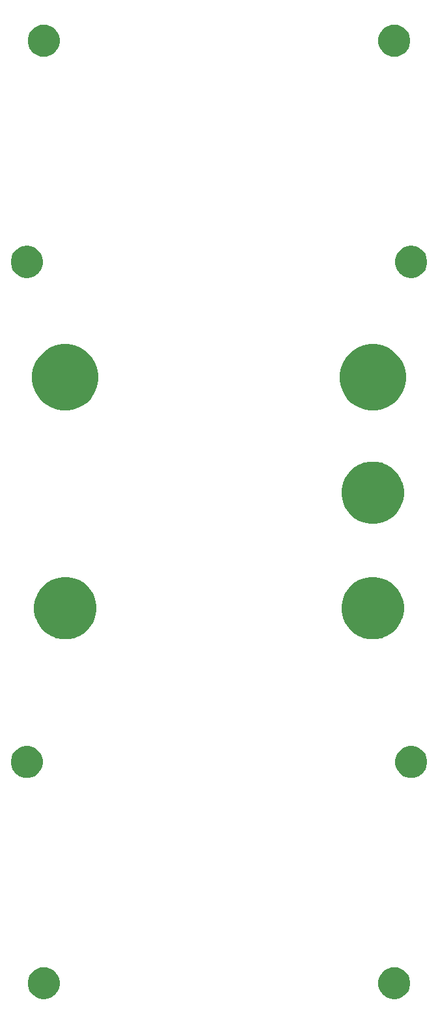
<source format=gbs>
G04 #@! TF.GenerationSoftware,KiCad,Pcbnew,(5.1.0)-1*
G04 #@! TF.CreationDate,2019-05-26T13:34:07-04:00*
G04 #@! TF.ProjectId,VCF_Panel,5643465f-5061-46e6-956c-2e6b69636164,rev?*
G04 #@! TF.SameCoordinates,Original*
G04 #@! TF.FileFunction,Soldermask,Bot*
G04 #@! TF.FilePolarity,Negative*
%FSLAX46Y46*%
G04 Gerber Fmt 4.6, Leading zero omitted, Abs format (unit mm)*
G04 Created by KiCad (PCBNEW (5.1.0)-1) date 2019-05-26 13:34:07*
%MOMM*%
%LPD*%
G04 APERTURE LIST*
%ADD10C,0.100000*%
G04 APERTURE END LIST*
D10*
G36*
X37906373Y-153457024D02*
G01*
X38107589Y-153497048D01*
X38486671Y-153654069D01*
X38827835Y-153882028D01*
X39117972Y-154172165D01*
X39345931Y-154513329D01*
X39502952Y-154892411D01*
X39583000Y-155294842D01*
X39583000Y-155705158D01*
X39502952Y-156107589D01*
X39345931Y-156486671D01*
X39117972Y-156827835D01*
X38827835Y-157117972D01*
X38486671Y-157345931D01*
X38107589Y-157502952D01*
X37906373Y-157542976D01*
X37705159Y-157583000D01*
X37294841Y-157583000D01*
X37093627Y-157542976D01*
X36892411Y-157502952D01*
X36513329Y-157345931D01*
X36172165Y-157117972D01*
X35882028Y-156827835D01*
X35654069Y-156486671D01*
X35497048Y-156107589D01*
X35417000Y-155705158D01*
X35417000Y-155294842D01*
X35497048Y-154892411D01*
X35654069Y-154513329D01*
X35882028Y-154172165D01*
X36172165Y-153882028D01*
X36513329Y-153654069D01*
X36892411Y-153497048D01*
X37093627Y-153457024D01*
X37294841Y-153417000D01*
X37705159Y-153417000D01*
X37906373Y-153457024D01*
X37906373Y-153457024D01*
G37*
G36*
X83506373Y-153457024D02*
G01*
X83707589Y-153497048D01*
X84086671Y-153654069D01*
X84427835Y-153882028D01*
X84717972Y-154172165D01*
X84945931Y-154513329D01*
X85102952Y-154892411D01*
X85183000Y-155294842D01*
X85183000Y-155705158D01*
X85102952Y-156107589D01*
X84945931Y-156486671D01*
X84717972Y-156827835D01*
X84427835Y-157117972D01*
X84086671Y-157345931D01*
X83707589Y-157502952D01*
X83506373Y-157542976D01*
X83305159Y-157583000D01*
X82894841Y-157583000D01*
X82693627Y-157542976D01*
X82492411Y-157502952D01*
X82113329Y-157345931D01*
X81772165Y-157117972D01*
X81482028Y-156827835D01*
X81254069Y-156486671D01*
X81097048Y-156107589D01*
X81017000Y-155705158D01*
X81017000Y-155294842D01*
X81097048Y-154892411D01*
X81254069Y-154513329D01*
X81482028Y-154172165D01*
X81772165Y-153882028D01*
X82113329Y-153654069D01*
X82492411Y-153497048D01*
X82693627Y-153457024D01*
X82894841Y-153417000D01*
X83305159Y-153417000D01*
X83506373Y-153457024D01*
X83506373Y-153457024D01*
G37*
G36*
X85907589Y-124747048D02*
G01*
X86286671Y-124904069D01*
X86627835Y-125132028D01*
X86917972Y-125422165D01*
X87145931Y-125763329D01*
X87302952Y-126142411D01*
X87383000Y-126544842D01*
X87383000Y-126955158D01*
X87302952Y-127357589D01*
X87145931Y-127736671D01*
X86917972Y-128077835D01*
X86627835Y-128367972D01*
X86286671Y-128595931D01*
X85907589Y-128752952D01*
X85706373Y-128792976D01*
X85505159Y-128833000D01*
X85094841Y-128833000D01*
X84893627Y-128792976D01*
X84692411Y-128752952D01*
X84313329Y-128595931D01*
X83972165Y-128367972D01*
X83682028Y-128077835D01*
X83454069Y-127736671D01*
X83297048Y-127357589D01*
X83217000Y-126955158D01*
X83217000Y-126544842D01*
X83297048Y-126142411D01*
X83454069Y-125763329D01*
X83682028Y-125422165D01*
X83972165Y-125132028D01*
X84313329Y-124904069D01*
X84692411Y-124747048D01*
X85094841Y-124667000D01*
X85505159Y-124667000D01*
X85907589Y-124747048D01*
X85907589Y-124747048D01*
G37*
G36*
X35907589Y-124747048D02*
G01*
X36286671Y-124904069D01*
X36627835Y-125132028D01*
X36917972Y-125422165D01*
X37145931Y-125763329D01*
X37302952Y-126142411D01*
X37383000Y-126544842D01*
X37383000Y-126955158D01*
X37302952Y-127357589D01*
X37145931Y-127736671D01*
X36917972Y-128077835D01*
X36627835Y-128367972D01*
X36286671Y-128595931D01*
X35907589Y-128752952D01*
X35706373Y-128792976D01*
X35505159Y-128833000D01*
X35094841Y-128833000D01*
X34893627Y-128792976D01*
X34692411Y-128752952D01*
X34313329Y-128595931D01*
X33972165Y-128367972D01*
X33682028Y-128077835D01*
X33454069Y-127736671D01*
X33297048Y-127357589D01*
X33217000Y-126955158D01*
X33217000Y-126544842D01*
X33297048Y-126142411D01*
X33454069Y-125763329D01*
X33682028Y-125422165D01*
X33972165Y-125132028D01*
X34313329Y-124904069D01*
X34692411Y-124747048D01*
X35094841Y-124667000D01*
X35505159Y-124667000D01*
X35907589Y-124747048D01*
X35907589Y-124747048D01*
G37*
G36*
X81481632Y-102854677D02*
G01*
X81787005Y-102981167D01*
X82218868Y-103160050D01*
X82882362Y-103603383D01*
X83446617Y-104167638D01*
X83889950Y-104831132D01*
X84068833Y-105262995D01*
X84195323Y-105568368D01*
X84351000Y-106351010D01*
X84351000Y-107148990D01*
X84195323Y-107931632D01*
X84068833Y-108237005D01*
X83889950Y-108668868D01*
X83446617Y-109332362D01*
X82882362Y-109896617D01*
X82218868Y-110339950D01*
X81787005Y-110518833D01*
X81481632Y-110645323D01*
X80698990Y-110801000D01*
X79901010Y-110801000D01*
X79118368Y-110645323D01*
X78812995Y-110518833D01*
X78381132Y-110339950D01*
X77717638Y-109896617D01*
X77153383Y-109332362D01*
X76710050Y-108668868D01*
X76531167Y-108237005D01*
X76404677Y-107931632D01*
X76249000Y-107148990D01*
X76249000Y-106351010D01*
X76404677Y-105568368D01*
X76531167Y-105262995D01*
X76710050Y-104831132D01*
X77153383Y-104167638D01*
X77717638Y-103603383D01*
X78381132Y-103160050D01*
X78812995Y-102981167D01*
X79118368Y-102854677D01*
X79901010Y-102699000D01*
X80698990Y-102699000D01*
X81481632Y-102854677D01*
X81481632Y-102854677D01*
G37*
G36*
X41481632Y-102854677D02*
G01*
X41787005Y-102981167D01*
X42218868Y-103160050D01*
X42882362Y-103603383D01*
X43446617Y-104167638D01*
X43889950Y-104831132D01*
X44068833Y-105262995D01*
X44195323Y-105568368D01*
X44351000Y-106351010D01*
X44351000Y-107148990D01*
X44195323Y-107931632D01*
X44068833Y-108237005D01*
X43889950Y-108668868D01*
X43446617Y-109332362D01*
X42882362Y-109896617D01*
X42218868Y-110339950D01*
X41787005Y-110518833D01*
X41481632Y-110645323D01*
X40698990Y-110801000D01*
X39901010Y-110801000D01*
X39118368Y-110645323D01*
X38812995Y-110518833D01*
X38381132Y-110339950D01*
X37717638Y-109896617D01*
X37153383Y-109332362D01*
X36710050Y-108668868D01*
X36531167Y-108237005D01*
X36404677Y-107931632D01*
X36249000Y-107148990D01*
X36249000Y-106351010D01*
X36404677Y-105568368D01*
X36531167Y-105262995D01*
X36710050Y-104831132D01*
X37153383Y-104167638D01*
X37717638Y-103603383D01*
X38381132Y-103160050D01*
X38812995Y-102981167D01*
X39118368Y-102854677D01*
X39901010Y-102699000D01*
X40698990Y-102699000D01*
X41481632Y-102854677D01*
X41481632Y-102854677D01*
G37*
G36*
X81481632Y-87854677D02*
G01*
X81787005Y-87981167D01*
X82218868Y-88160050D01*
X82882362Y-88603383D01*
X83446617Y-89167638D01*
X83889950Y-89831132D01*
X84068833Y-90262995D01*
X84195323Y-90568368D01*
X84351000Y-91351010D01*
X84351000Y-92148990D01*
X84195323Y-92931632D01*
X84068833Y-93237005D01*
X83889950Y-93668868D01*
X83446617Y-94332362D01*
X82882362Y-94896617D01*
X82218868Y-95339950D01*
X81787005Y-95518833D01*
X81481632Y-95645323D01*
X80698990Y-95801000D01*
X79901010Y-95801000D01*
X79118368Y-95645323D01*
X78812995Y-95518833D01*
X78381132Y-95339950D01*
X77717638Y-94896617D01*
X77153383Y-94332362D01*
X76710050Y-93668868D01*
X76531167Y-93237005D01*
X76404677Y-92931632D01*
X76249000Y-92148990D01*
X76249000Y-91351010D01*
X76404677Y-90568368D01*
X76531167Y-90262995D01*
X76710050Y-89831132D01*
X77153383Y-89167638D01*
X77717638Y-88603383D01*
X78381132Y-88160050D01*
X78812995Y-87981167D01*
X79118368Y-87854677D01*
X79901010Y-87699000D01*
X80698990Y-87699000D01*
X81481632Y-87854677D01*
X81481632Y-87854677D01*
G37*
G36*
X41554554Y-72614284D02*
G01*
X41554557Y-72614285D01*
X41554556Y-72614285D01*
X42337288Y-72938503D01*
X43041728Y-73409195D01*
X43640805Y-74008272D01*
X44111497Y-74712712D01*
X44111498Y-74712714D01*
X44435716Y-75495446D01*
X44601000Y-76326387D01*
X44601000Y-77173613D01*
X44435716Y-78004554D01*
X44435715Y-78004556D01*
X44111497Y-78787288D01*
X43640805Y-79491728D01*
X43041728Y-80090805D01*
X42337288Y-80561497D01*
X42337287Y-80561498D01*
X42337286Y-80561498D01*
X41554554Y-80885716D01*
X40723613Y-81051000D01*
X39876387Y-81051000D01*
X39045446Y-80885716D01*
X38262714Y-80561498D01*
X38262713Y-80561498D01*
X38262712Y-80561497D01*
X37558272Y-80090805D01*
X36959195Y-79491728D01*
X36488503Y-78787288D01*
X36164285Y-78004556D01*
X36164284Y-78004554D01*
X35999000Y-77173613D01*
X35999000Y-76326387D01*
X36164284Y-75495446D01*
X36488502Y-74712714D01*
X36488503Y-74712712D01*
X36959195Y-74008272D01*
X37558272Y-73409195D01*
X38262712Y-72938503D01*
X39045444Y-72614285D01*
X39045443Y-72614285D01*
X39045446Y-72614284D01*
X39876387Y-72449000D01*
X40723613Y-72449000D01*
X41554554Y-72614284D01*
X41554554Y-72614284D01*
G37*
G36*
X81554554Y-72614284D02*
G01*
X81554557Y-72614285D01*
X81554556Y-72614285D01*
X82337288Y-72938503D01*
X83041728Y-73409195D01*
X83640805Y-74008272D01*
X84111497Y-74712712D01*
X84111498Y-74712714D01*
X84435716Y-75495446D01*
X84601000Y-76326387D01*
X84601000Y-77173613D01*
X84435716Y-78004554D01*
X84435715Y-78004556D01*
X84111497Y-78787288D01*
X83640805Y-79491728D01*
X83041728Y-80090805D01*
X82337288Y-80561497D01*
X82337287Y-80561498D01*
X82337286Y-80561498D01*
X81554554Y-80885716D01*
X80723613Y-81051000D01*
X79876387Y-81051000D01*
X79045446Y-80885716D01*
X78262714Y-80561498D01*
X78262713Y-80561498D01*
X78262712Y-80561497D01*
X77558272Y-80090805D01*
X76959195Y-79491728D01*
X76488503Y-78787288D01*
X76164285Y-78004556D01*
X76164284Y-78004554D01*
X75999000Y-77173613D01*
X75999000Y-76326387D01*
X76164284Y-75495446D01*
X76488502Y-74712714D01*
X76488503Y-74712712D01*
X76959195Y-74008272D01*
X77558272Y-73409195D01*
X78262712Y-72938503D01*
X79045444Y-72614285D01*
X79045443Y-72614285D01*
X79045446Y-72614284D01*
X79876387Y-72449000D01*
X80723613Y-72449000D01*
X81554554Y-72614284D01*
X81554554Y-72614284D01*
G37*
G36*
X35706373Y-59707024D02*
G01*
X35907589Y-59747048D01*
X36286671Y-59904069D01*
X36627835Y-60132028D01*
X36917972Y-60422165D01*
X37145931Y-60763329D01*
X37302952Y-61142411D01*
X37383000Y-61544842D01*
X37383000Y-61955158D01*
X37302952Y-62357589D01*
X37145931Y-62736671D01*
X36917972Y-63077835D01*
X36627835Y-63367972D01*
X36286671Y-63595931D01*
X35907589Y-63752952D01*
X35706373Y-63792976D01*
X35505159Y-63833000D01*
X35094841Y-63833000D01*
X34893627Y-63792976D01*
X34692411Y-63752952D01*
X34313329Y-63595931D01*
X33972165Y-63367972D01*
X33682028Y-63077835D01*
X33454069Y-62736671D01*
X33297048Y-62357589D01*
X33217000Y-61955158D01*
X33217000Y-61544842D01*
X33297048Y-61142411D01*
X33454069Y-60763329D01*
X33682028Y-60422165D01*
X33972165Y-60132028D01*
X34313329Y-59904069D01*
X34692411Y-59747048D01*
X34893627Y-59707024D01*
X35094841Y-59667000D01*
X35505159Y-59667000D01*
X35706373Y-59707024D01*
X35706373Y-59707024D01*
G37*
G36*
X85706373Y-59707024D02*
G01*
X85907589Y-59747048D01*
X86286671Y-59904069D01*
X86627835Y-60132028D01*
X86917972Y-60422165D01*
X87145931Y-60763329D01*
X87302952Y-61142411D01*
X87383000Y-61544842D01*
X87383000Y-61955158D01*
X87302952Y-62357589D01*
X87145931Y-62736671D01*
X86917972Y-63077835D01*
X86627835Y-63367972D01*
X86286671Y-63595931D01*
X85907589Y-63752952D01*
X85706373Y-63792976D01*
X85505159Y-63833000D01*
X85094841Y-63833000D01*
X84893627Y-63792976D01*
X84692411Y-63752952D01*
X84313329Y-63595931D01*
X83972165Y-63367972D01*
X83682028Y-63077835D01*
X83454069Y-62736671D01*
X83297048Y-62357589D01*
X83217000Y-61955158D01*
X83217000Y-61544842D01*
X83297048Y-61142411D01*
X83454069Y-60763329D01*
X83682028Y-60422165D01*
X83972165Y-60132028D01*
X84313329Y-59904069D01*
X84692411Y-59747048D01*
X84893627Y-59707024D01*
X85094841Y-59667000D01*
X85505159Y-59667000D01*
X85706373Y-59707024D01*
X85706373Y-59707024D01*
G37*
G36*
X37906373Y-30957024D02*
G01*
X38107589Y-30997048D01*
X38486671Y-31154069D01*
X38827835Y-31382028D01*
X39117972Y-31672165D01*
X39345931Y-32013329D01*
X39502952Y-32392411D01*
X39583000Y-32794842D01*
X39583000Y-33205158D01*
X39502952Y-33607589D01*
X39345931Y-33986671D01*
X39117972Y-34327835D01*
X38827835Y-34617972D01*
X38486671Y-34845931D01*
X38107589Y-35002952D01*
X37906373Y-35042976D01*
X37705159Y-35083000D01*
X37294841Y-35083000D01*
X37093627Y-35042976D01*
X36892411Y-35002952D01*
X36513329Y-34845931D01*
X36172165Y-34617972D01*
X35882028Y-34327835D01*
X35654069Y-33986671D01*
X35497048Y-33607589D01*
X35417000Y-33205158D01*
X35417000Y-32794842D01*
X35497048Y-32392411D01*
X35654069Y-32013329D01*
X35882028Y-31672165D01*
X36172165Y-31382028D01*
X36513329Y-31154069D01*
X36892411Y-30997048D01*
X37093627Y-30957024D01*
X37294841Y-30917000D01*
X37705159Y-30917000D01*
X37906373Y-30957024D01*
X37906373Y-30957024D01*
G37*
G36*
X83506373Y-30957024D02*
G01*
X83707589Y-30997048D01*
X84086671Y-31154069D01*
X84427835Y-31382028D01*
X84717972Y-31672165D01*
X84945931Y-32013329D01*
X85102952Y-32392411D01*
X85183000Y-32794842D01*
X85183000Y-33205158D01*
X85102952Y-33607589D01*
X84945931Y-33986671D01*
X84717972Y-34327835D01*
X84427835Y-34617972D01*
X84086671Y-34845931D01*
X83707589Y-35002952D01*
X83506373Y-35042976D01*
X83305159Y-35083000D01*
X82894841Y-35083000D01*
X82693627Y-35042976D01*
X82492411Y-35002952D01*
X82113329Y-34845931D01*
X81772165Y-34617972D01*
X81482028Y-34327835D01*
X81254069Y-33986671D01*
X81097048Y-33607589D01*
X81017000Y-33205158D01*
X81017000Y-32794842D01*
X81097048Y-32392411D01*
X81254069Y-32013329D01*
X81482028Y-31672165D01*
X81772165Y-31382028D01*
X82113329Y-31154069D01*
X82492411Y-30997048D01*
X82693627Y-30957024D01*
X82894841Y-30917000D01*
X83305159Y-30917000D01*
X83506373Y-30957024D01*
X83506373Y-30957024D01*
G37*
M02*

</source>
